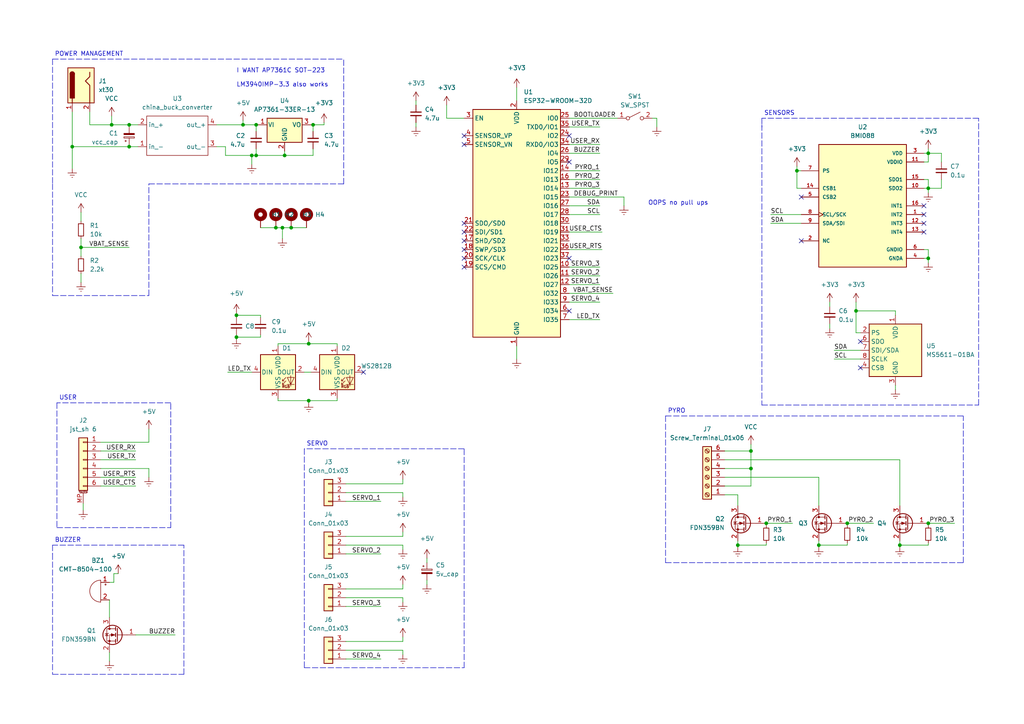
<source format=kicad_sch>
(kicad_sch (version 20211123) (generator eeschema)
  (paper "A4")
  (lib_symbols
    (symbol "Connector:Barrel_Jack" (pin_names (offset 1.016))
      (property "Reference" "J" (at 0 5.334 0))
      (property "Value" "Barrel_Jack" (at 0 -5.08 0))
      (symbol "Barrel_Jack_0_1"
        (rectangle (start -5.08 3.81) (end 5.08 -3.81) (stroke (width 0.254)) (fill (type background)))
        (arc (start -3.302 3.175) (mid -3.937 2.54) (end -3.302 1.905) (stroke (width 0.254)))
        (arc (start -3.302 3.175) (mid -3.937 2.54) (end -3.302 1.905) (stroke (width 0.254)) (fill (type outline)))
        (polyline (pts (xy 5.08 2.54) (xy 3.81 2.54)) (stroke (width 0.254)))
        (polyline (pts (xy -3.81 -2.54) (xy -2.54 -2.54) (xy -1.27 -1.27) (xy 0 -2.54) (xy 2.54 -2.54) (xy 5.08 -2.54)) (stroke (width 0.254)))
        (rectangle (start 3.683 3.175) (end -3.302 1.905) (stroke (width 0.254)) (fill (type outline)))
      )
      (symbol "Barrel_Jack_1_1"
        (pin passive line (at 7.62 2.54 180) (length 2.54) (name "~") (number "1"))
        (pin passive line (at 7.62 -2.54 180) (length 2.54) (name "~") (number "2"))
      )
    )
    (symbol "Connector:Screw_Terminal_01x06" (pin_names (offset 1.016) hide)
      (property "Reference" "J" (at 0 7.62 0))
      (property "Value" "Screw_Terminal_01x06" (at 0 -10.16 0))
      (symbol "Screw_Terminal_01x06_1_1"
        (rectangle (start -1.27 6.35) (end 1.27 -8.89) (stroke (width 0.254)) (fill (type background)))
        (circle (center 0 -7.62) (radius 0.635) (stroke (width 0.1524)))
        (circle (center 0 -5.08) (radius 0.635) (stroke (width 0.1524)))
        (circle (center 0 -2.54) (radius 0.635) (stroke (width 0.1524)))
        (polyline (pts (xy -0.5334 -7.2898) (xy 0.3302 -8.128)) (stroke (width 0.1524)))
        (polyline (pts (xy -0.5334 -4.7498) (xy 0.3302 -5.588)) (stroke (width 0.1524)))
        (polyline (pts (xy -0.5334 -2.2098) (xy 0.3302 -3.048)) (stroke (width 0.1524)))
        (polyline (pts (xy -0.5334 0.3302) (xy 0.3302 -0.508)) (stroke (width 0.1524)))
        (polyline (pts (xy -0.5334 2.8702) (xy 0.3302 2.032)) (stroke (width 0.1524)))
        (polyline (pts (xy -0.5334 5.4102) (xy 0.3302 4.572)) (stroke (width 0.1524)))
        (polyline (pts (xy -0.3556 -7.112) (xy 0.508 -7.9502)) (stroke (width 0.1524)))
        (polyline (pts (xy -0.3556 -4.572) (xy 0.508 -5.4102)) (stroke (width 0.1524)))
        (polyline (pts (xy -0.3556 -2.032) (xy 0.508 -2.8702)) (stroke (width 0.1524)))
        (polyline (pts (xy -0.3556 0.508) (xy 0.508 -0.3302)) (stroke (width 0.1524)))
        (polyline (pts (xy -0.3556 3.048) (xy 0.508 2.2098)) (stroke (width 0.1524)))
        (polyline (pts (xy -0.3556 5.588) (xy 0.508 4.7498)) (stroke (width 0.1524)))
        (circle (center 0 0) (radius 0.635) (stroke (width 0.1524)))
        (circle (center 0 2.54) (radius 0.635) (stroke (width 0.1524)))
        (circle (center 0 5.08) (radius 0.635) (stroke (width 0.1524)))
        (pin passive line (at -5.08 5.08 0) (length 3.81) (name "Pin_1") (number "1"))
        (pin passive line (at -5.08 2.54 0) (length 3.81) (name "Pin_2") (number "2"))
        (pin passive line (at -5.08 0 0) (length 3.81) (name "Pin_3") (number "3"))
        (pin passive line (at -5.08 -2.54 0) (length 3.81) (name "Pin_4") (number "4"))
        (pin passive line (at -5.08 -5.08 0) (length 3.81) (name "Pin_5") (number "5"))
        (pin passive line (at -5.08 -7.62 0) (length 3.81) (name "Pin_6") (number "6"))
      )
    )
    (symbol "Connector_Generic:Conn_01x03" (pin_names (offset 1.016) hide)
      (property "Reference" "J" (at 0 5.08 0))
      (property "Value" "Conn_01x03" (at 0 -5.08 0))
      (symbol "Conn_01x03_1_1"
        (rectangle (start -1.27 -2.413) (end 0 -2.667) (stroke (width 0.1524)))
        (rectangle (start -1.27 0.127) (end 0 -0.127) (stroke (width 0.1524)))
        (rectangle (start -1.27 2.667) (end 0 2.413) (stroke (width 0.1524)))
        (rectangle (start -1.27 3.81) (end 1.27 -3.81) (stroke (width 0.254)) (fill (type background)))
        (pin passive line (at -5.08 2.54 0) (length 3.81) (name "Pin_1") (number "1"))
        (pin passive line (at -5.08 0 0) (length 3.81) (name "Pin_2") (number "2"))
        (pin passive line (at -5.08 -2.54 0) (length 3.81) (name "Pin_3") (number "3"))
      )
    )
    (symbol "Connector_Generic_MountingPin:Conn_01x06_MountingPin" (pin_names (offset 1.016) hide)
      (property "Reference" "J" (at 0 7.62 0))
      (property "Value" "Conn_01x06_MountingPin" (at 1.27 -10.16 0))
      (symbol "Conn_01x06_MountingPin_1_1"
        (rectangle (start -1.27 -7.493) (end 0 -7.747) (stroke (width 0.1524)))
        (rectangle (start -1.27 -4.953) (end 0 -5.207) (stroke (width 0.1524)))
        (rectangle (start -1.27 -2.413) (end 0 -2.667) (stroke (width 0.1524)))
        (rectangle (start -1.27 0.127) (end 0 -0.127) (stroke (width 0.1524)))
        (rectangle (start -1.27 2.667) (end 0 2.413) (stroke (width 0.1524)))
        (rectangle (start -1.27 5.207) (end 0 4.953) (stroke (width 0.1524)))
        (rectangle (start -1.27 6.35) (end 1.27 -8.89) (stroke (width 0.254)) (fill (type background)))
        (polyline (pts (xy -1.016 -9.652) (xy 1.016 -9.652)) (stroke (width 0.1524)))
        (text "Mounting" (at 0 -9.271 0) (effects (font (size 0.381 0.381))))
        (pin passive line (at -5.08 5.08 0) (length 3.81) (name "Pin_1") (number "1"))
        (pin passive line (at -5.08 2.54 0) (length 3.81) (name "Pin_2") (number "2"))
        (pin passive line (at -5.08 0 0) (length 3.81) (name "Pin_3") (number "3"))
        (pin passive line (at -5.08 -2.54 0) (length 3.81) (name "Pin_4") (number "4"))
        (pin passive line (at -5.08 -5.08 0) (length 3.81) (name "Pin_5") (number "5"))
        (pin passive line (at -5.08 -7.62 0) (length 3.81) (name "Pin_6") (number "6"))
        (pin passive line (at 0 -12.7 90) (length 3.048) (name "MountPin") (number "MP"))
      )
    )
    (symbol "Device:Buzzer" (pin_names (offset 0.0254) hide)
      (property "Reference" "BZ" (at 3.81 1.27 0))
      (property "Value" "Buzzer" (at 3.81 -1.27 0))
      (symbol "Buzzer_0_1"
        (arc (start 0 -3.175) (mid 3.175 0) (end 0 3.175))
        (polyline (pts (xy -1.651 1.905) (xy -1.143 1.905)))
        (polyline (pts (xy -1.397 2.159) (xy -1.397 1.651)))
        (polyline (pts (xy 0 3.175) (xy 0 -3.175)))
      )
      (symbol "Buzzer_1_1"
        (pin passive line (at -2.54 2.54 0) (length 2.54) (name "-") (number "1"))
        (pin passive line (at -2.54 -2.54 0) (length 2.54) (name "+") (number "2"))
      )
    )
    (symbol "Device:C_Polarized_Small" (pin_numbers hide) (pin_names (offset 0.254) hide)
      (property "Reference" "C" (at 0.254 1.778 0))
      (property "Value" "C_Polarized_Small" (at 0.254 -2.032 0))
      (symbol "C_Polarized_Small_0_1"
        (rectangle (start -1.524 -0.3048) (end 1.524 -0.6858) (fill (type outline)))
        (rectangle (start -1.524 0.6858) (end 1.524 0.3048))
        (polyline (pts (xy -1.27 1.524) (xy -0.762 1.524)))
        (polyline (pts (xy -1.016 1.27) (xy -1.016 1.778)))
      )
      (symbol "C_Polarized_Small_1_1"
        (pin passive line (at 0 2.54 270) (length 1.8542) (name "~") (number "1"))
        (pin passive line (at 0 -2.54 90) (length 1.8542) (name "~") (number "2"))
      )
    )
    (symbol "Device:C_Small" (pin_numbers hide) (pin_names (offset 0.254) hide)
      (property "Reference" "C" (at 0.254 1.778 0))
      (property "Value" "C_Small" (at 0.254 -2.032 0))
      (symbol "C_Small_0_1"
        (polyline (pts (xy -1.524 -0.508) (xy 1.524 -0.508)) (stroke (width 0.3302)))
        (polyline (pts (xy -1.524 0.508) (xy 1.524 0.508)) (stroke (width 0.3048)))
      )
      (symbol "C_Small_1_1"
        (pin passive line (at 0 2.54 270) (length 2.032) (name "~") (number "1"))
        (pin passive line (at 0 -2.54 90) (length 2.032) (name "~") (number "2"))
      )
    )
    (symbol "Device:R_Small" (pin_numbers hide) (pin_names (offset 0.254) hide)
      (property "Reference" "R" (at 0.762 0.508 0))
      (property "Value" "R_Small" (at 0.762 -1.016 0))
      (symbol "R_Small_0_1"
        (rectangle (start -0.762 1.778) (end 0.762 -1.778) (stroke (width 0.2032)))
      )
      (symbol "R_Small_1_1"
        (pin passive line (at 0 2.54 270) (length 0.762) (name "~") (number "1"))
        (pin passive line (at 0 -2.54 90) (length 0.762) (name "~") (number "2"))
      )
    )
    (symbol "LED:WS2812B" (pin_names (offset 0.254))
      (property "Reference" "D" (at 5.08 5.715 0))
      (property "Value" "WS2812B" (at 1.27 -5.715 0))
      (symbol "WS2812B_0_0"
        (text "RGB" (at 2.286 -4.191 0) (effects (font (size 0.762 0.762))))
      )
      (symbol "WS2812B_0_1"
        (polyline (pts (xy 1.27 -3.556) (xy 1.778 -3.556)))
        (polyline (pts (xy 1.27 -2.54) (xy 1.778 -2.54)))
        (polyline (pts (xy 4.699 -3.556) (xy 2.667 -3.556)))
        (polyline (pts (xy 2.286 -2.54) (xy 1.27 -3.556) (xy 1.27 -3.048)))
        (polyline (pts (xy 2.286 -1.524) (xy 1.27 -2.54) (xy 1.27 -2.032)))
        (polyline (pts (xy 3.683 -1.016) (xy 3.683 -3.556) (xy 3.683 -4.064)))
        (polyline (pts (xy 4.699 -1.524) (xy 2.667 -1.524) (xy 3.683 -3.556) (xy 4.699 -1.524)))
        (rectangle (start 5.08 5.08) (end -5.08 -5.08) (stroke (width 0.254)) (fill (type background)))
      )
      (symbol "WS2812B_1_1"
        (pin power_in line (at 0 7.62 270) (length 2.54) (name "VDD") (number "1"))
        (pin output line (at 7.62 0 180) (length 2.54) (name "DOUT") (number "2"))
        (pin power_in line (at 0 -7.62 90) (length 2.54) (name "VSS") (number "3"))
        (pin input line (at -7.62 0 0) (length 2.54) (name "DIN") (number "4"))
      )
    )
    (symbol "Mechanical:MountingHole_Pad" (pin_numbers hide) (pin_names (offset 1.016) hide)
      (property "Reference" "H" (at 0 6.35 0))
      (property "Value" "MountingHole_Pad" (at 0 4.445 0))
      (symbol "MountingHole_Pad_0_1"
        (circle (center 0 1.27) (radius 1.27) (stroke (width 1.27)))
      )
      (symbol "MountingHole_Pad_1_1"
        (pin input line (at 0 -2.54 90) (length 2.54) (name "1") (number "1"))
      )
    )
    (symbol "RF_Module:ESP32-WROOM-32D"
      (property "Reference" "U" (at -12.7 34.29 0))
      (property "Value" "ESP32-WROOM-32D" (at 1.27 34.29 0))
      (symbol "ESP32-WROOM-32D_0_1"
        (rectangle (start -12.7 33.02) (end 12.7 -33.02) (stroke (width 0.254)) (fill (type background)))
      )
      (symbol "ESP32-WROOM-32D_1_1"
        (pin power_in line (at 0 -35.56 90) (length 2.54) (name "GND") (number "1"))
        (pin bidirectional line (at 15.24 -12.7 180) (length 2.54) (name "IO25") (number "10"))
        (pin bidirectional line (at 15.24 -15.24 180) (length 2.54) (name "IO26") (number "11"))
        (pin bidirectional line (at 15.24 -17.78 180) (length 2.54) (name "IO27") (number "12"))
        (pin bidirectional line (at 15.24 10.16 180) (length 2.54) (name "IO14") (number "13"))
        (pin bidirectional line (at 15.24 15.24 180) (length 2.54) (name "IO12") (number "14"))
        (pin passive line (at 0 -35.56 90) (length 2.54) hide (name "GND") (number "15"))
        (pin bidirectional line (at 15.24 12.7 180) (length 2.54) (name "IO13") (number "16"))
        (pin bidirectional line (at -15.24 -5.08 0) (length 2.54) (name "SHD/SD2") (number "17"))
        (pin bidirectional line (at -15.24 -7.62 0) (length 2.54) (name "SWP/SD3") (number "18"))
        (pin bidirectional line (at -15.24 -12.7 0) (length 2.54) (name "SCS/CMD") (number "19"))
        (pin power_in line (at 0 35.56 270) (length 2.54) (name "VDD") (number "2"))
        (pin bidirectional line (at -15.24 -10.16 0) (length 2.54) (name "SCK/CLK") (number "20"))
        (pin bidirectional line (at -15.24 0 0) (length 2.54) (name "SDO/SD0") (number "21"))
        (pin bidirectional line (at -15.24 -2.54 0) (length 2.54) (name "SDI/SD1") (number "22"))
        (pin bidirectional line (at 15.24 7.62 180) (length 2.54) (name "IO15") (number "23"))
        (pin bidirectional line (at 15.24 25.4 180) (length 2.54) (name "IO2") (number "24"))
        (pin bidirectional line (at 15.24 30.48 180) (length 2.54) (name "IO0") (number "25"))
        (pin bidirectional line (at 15.24 20.32 180) (length 2.54) (name "IO4") (number "26"))
        (pin bidirectional line (at 15.24 5.08 180) (length 2.54) (name "IO16") (number "27"))
        (pin bidirectional line (at 15.24 2.54 180) (length 2.54) (name "IO17") (number "28"))
        (pin bidirectional line (at 15.24 17.78 180) (length 2.54) (name "IO5") (number "29"))
        (pin input line (at -15.24 30.48 0) (length 2.54) (name "EN") (number "3"))
        (pin bidirectional line (at 15.24 0 180) (length 2.54) (name "IO18") (number "30"))
        (pin bidirectional line (at 15.24 -2.54 180) (length 2.54) (name "IO19") (number "31"))
        (pin no_connect line (at -12.7 -27.94 0) (length 2.54) hide (name "NC") (number "32"))
        (pin bidirectional line (at 15.24 -5.08 180) (length 2.54) (name "IO21") (number "33"))
        (pin bidirectional line (at 15.24 22.86 180) (length 2.54) (name "RXD0/IO3") (number "34"))
        (pin bidirectional line (at 15.24 27.94 180) (length 2.54) (name "TXD0/IO1") (number "35"))
        (pin bidirectional line (at 15.24 -7.62 180) (length 2.54) (name "IO22") (number "36"))
        (pin bidirectional line (at 15.24 -10.16 180) (length 2.54) (name "IO23") (number "37"))
        (pin passive line (at 0 -35.56 90) (length 2.54) hide (name "GND") (number "38"))
        (pin passive line (at 0 -35.56 90) (length 2.54) hide (name "GND") (number "39"))
        (pin input line (at -15.24 25.4 0) (length 2.54) (name "SENSOR_VP") (number "4"))
        (pin input line (at -15.24 22.86 0) (length 2.54) (name "SENSOR_VN") (number "5"))
        (pin input line (at 15.24 -25.4 180) (length 2.54) (name "IO34") (number "6"))
        (pin input line (at 15.24 -27.94 180) (length 2.54) (name "IO35") (number "7"))
        (pin bidirectional line (at 15.24 -20.32 180) (length 2.54) (name "IO32") (number "8"))
        (pin bidirectional line (at 15.24 -22.86 180) (length 2.54) (name "IO33") (number "9"))
      )
    )
    (symbol "Regulator_Linear:AP7361C-10E" (pin_names (offset 0.254))
      (property "Reference" "U" (at -3.81 3.175 0))
      (property "Value" "AP7361C-10E" (at 0 3.175 0))
      (symbol "AP7361C-10E_0_1"
        (rectangle (start -5.08 -5.08) (end 5.08 1.905) (stroke (width 0.254)) (fill (type background)))
      )
      (symbol "AP7361C-10E_1_1"
        (pin power_in line (at -7.62 0 0) (length 2.54) (name "VI") (number "1"))
        (pin power_in line (at 0 -7.62 90) (length 2.54) (name "GND") (number "2"))
        (pin power_out line (at 7.62 0 180) (length 2.54) (name "VO") (number "3"))
      )
    )
    (symbol "Sensor_Pressure:MS5611-01BA"
      (property "Reference" "U" (at -6.35 8.89 0))
      (property "Value" "MS5611-01BA" (at 7.62 8.89 0))
      (symbol "MS5611-01BA_0_1"
        (rectangle (start -7.62 7.62) (end 7.62 -7.62) (stroke (width 0.254)) (fill (type background)))
      )
      (symbol "MS5611-01BA_1_1"
        (pin power_in line (at 0 10.16 270) (length 2.54) (name "VDD") (number "1"))
        (pin input line (at -10.16 5.08 0) (length 2.54) (name "PS") (number "2"))
        (pin power_in line (at 0 -10.16 90) (length 2.54) (name "GND") (number "3"))
        (pin input line (at -10.16 -5.08 0) (length 2.54) (name "CSB") (number "4"))
        (pin input line (at -10.16 -5.08 0) (length 2.54) hide (name "CSB") (number "5"))
        (pin output line (at -10.16 2.54 0) (length 2.54) (name "SDO") (number "6"))
        (pin bidirectional line (at -10.16 0 0) (length 2.54) (name "SDI/SDA") (number "7"))
        (pin input line (at -10.16 -2.54 0) (length 2.54) (name "SCLK") (number "8"))
      )
    )
    (symbol "Switch:SW_SPST" (pin_names (offset 0) hide)
      (property "Reference" "SW" (at 0 3.175 0))
      (property "Value" "SW_SPST" (at 0 -2.54 0))
      (symbol "SW_SPST_0_0"
        (circle (center -2.032 0) (radius 0.508))
        (polyline (pts (xy -1.524 0.254) (xy 1.524 1.778)))
        (circle (center 2.032 0) (radius 0.508))
      )
      (symbol "SW_SPST_1_1"
        (pin passive line (at -5.08 0 0) (length 2.54) (name "A") (number "1"))
        (pin passive line (at 5.08 0 180) (length 2.54) (name "B") (number "2"))
      )
    )
    (symbol "Transistor_FET:2N7002" (pin_names hide)
      (property "Reference" "Q" (at 5.08 1.905 0))
      (property "Value" "2N7002" (at 5.08 0 0))
      (symbol "2N7002_0_1"
        (polyline (pts (xy 0.254 0) (xy -2.54 0)))
        (polyline (pts (xy 0.254 1.905) (xy 0.254 -1.905)) (stroke (width 0.254)))
        (polyline (pts (xy 0.762 -1.27) (xy 0.762 -2.286)) (stroke (width 0.254)))
        (polyline (pts (xy 0.762 0.508) (xy 0.762 -0.508)) (stroke (width 0.254)))
        (polyline (pts (xy 0.762 2.286) (xy 0.762 1.27)) (stroke (width 0.254)))
        (polyline (pts (xy 2.54 2.54) (xy 2.54 1.778)))
        (polyline (pts (xy 2.54 -2.54) (xy 2.54 0) (xy 0.762 0)))
        (polyline (pts (xy 0.762 -1.778) (xy 3.302 -1.778) (xy 3.302 1.778) (xy 0.762 1.778)))
        (polyline (pts (xy 1.016 0) (xy 2.032 0.381) (xy 2.032 -0.381) (xy 1.016 0)) (fill (type outline)))
        (polyline (pts (xy 2.794 0.508) (xy 2.921 0.381) (xy 3.683 0.381) (xy 3.81 0.254)))
        (polyline (pts (xy 3.302 0.381) (xy 2.921 -0.254) (xy 3.683 -0.254) (xy 3.302 0.381)))
        (circle (center 1.651 0) (radius 2.794) (stroke (width 0.254)))
        (circle (center 2.54 -1.778) (radius 0.254) (fill (type outline)))
        (circle (center 2.54 1.778) (radius 0.254) (fill (type outline)))
      )
      (symbol "2N7002_1_1"
        (pin input line (at -5.08 0 0) (length 2.54) (name "G") (number "1"))
        (pin passive line (at 2.54 -5.08 90) (length 2.54) (name "S") (number "2"))
        (pin passive line (at 2.54 5.08 270) (length 2.54) (name "D") (number "3"))
      )
    )
    (symbol "bmi088:BMI088" (pin_names (offset 1.016))
      (property "Reference" "U" (at -12.7 18.415 0))
      (property "Value" "BMI088" (at -12.7 -20.32 0))
      (symbol "BMI088_0_0"
        (rectangle (start -12.7 -17.78) (end 12.7 17.78) (stroke (width 0.254)) (fill (type background)))
        (pin bidirectional line (at 17.78 -2.54 180) (length 5.08) (name "INT2") (number "1"))
        (pin output line (at 17.78 5.08 180) (length 5.08) (name "SDO2") (number "10"))
        (pin power_in line (at 17.78 12.7 180) (length 5.08) (name "VDDIO") (number "11"))
        (pin bidirectional line (at 17.78 -5.08 180) (length 5.08) (name "INT3") (number "12"))
        (pin bidirectional line (at 17.78 -7.62 180) (length 5.08) (name "INT4") (number "13"))
        (pin input line (at -17.78 5.08 0) (length 5.08) (name "CSB1") (number "14"))
        (pin output line (at 17.78 7.62 180) (length 5.08) (name "SDO1") (number "15"))
        (pin bidirectional line (at 17.78 0 180) (length 5.08) (name "INT1") (number "16"))
        (pin passive line (at -17.78 -10.16 0) (length 5.08) (name "NC") (number "2"))
        (pin power_in line (at 17.78 15.24 180) (length 5.08) (name "VDD") (number "3"))
        (pin power_in line (at 17.78 -15.24 180) (length 5.08) (name "GNDA") (number "4"))
        (pin input line (at -17.78 2.54 0) (length 5.08) (name "CSB2") (number "5"))
        (pin power_in line (at 17.78 -12.7 180) (length 5.08) (name "GNDIO") (number "6"))
        (pin input line (at -17.78 10.16 0) (length 5.08) (name "PS") (number "7"))
        (pin input clock (at -17.78 -2.54 0) (length 5.08) (name "SCL/SCK") (number "8"))
        (pin bidirectional line (at -17.78 -5.08 0) (length 5.08) (name "SDA/SDI") (number "9"))
      )
    )
    (symbol "buck_converter:buck_converter"
      (property "Reference" "U" (at 0 10.16 0))
      (property "Value" "buck_converter" (at 0 12.7 0))
      (symbol "buck_converter_0_1"
        (rectangle (start -8.89 6.35) (end 8.89 -5.08))
      )
      (symbol "buck_converter_1_1"
        (pin input line (at -11.43 -2.54 0) (length 2.54) (name "in_-") (number "1"))
        (pin input line (at -11.43 3.81 0) (length 2.54) (name "in_+") (number "2"))
        (pin input line (at 11.43 -2.54 180) (length 2.54) (name "out_-") (number "3"))
        (pin input line (at 11.43 3.81 180) (length 2.54) (name "out_+") (number "4"))
      )
    )
    (symbol "power:+3V3" (power) (pin_names (offset 0))
      (property "Value" "+3V3" (at 0 3.556 0))
      (symbol "+3V3_0_1"
        (polyline (pts (xy -0.762 1.27) (xy 0 2.54)))
        (polyline (pts (xy 0 0) (xy 0 2.54)))
        (polyline (pts (xy 0 2.54) (xy 0.762 1.27)))
      )
      (symbol "+3V3_1_1"
        (pin power_in line (at 0 0 90) (length 0) hide (name "+3V3") (number "1"))
      )
    )
    (symbol "power:+5V" (power) (pin_names (offset 0))
      (property "Value" "+5V" (at 0 3.556 0))
      (symbol "+5V_0_1"
        (polyline (pts (xy -0.762 1.27) (xy 0 2.54)))
        (polyline (pts (xy 0 0) (xy 0 2.54)))
        (polyline (pts (xy 0 2.54) (xy 0.762 1.27)))
      )
      (symbol "+5V_1_1"
        (pin power_in line (at 0 0 90) (length 0) hide (name "+5V") (number "1"))
      )
    )
    (symbol "power:Earth" (power) (pin_names (offset 0))
      (symbol "Earth_0_1"
        (polyline (pts (xy -0.635 -1.905) (xy 0.635 -1.905)))
        (polyline (pts (xy -0.127 -2.54) (xy 0.127 -2.54)))
        (polyline (pts (xy 0 -1.27) (xy 0 0)))
        (polyline (pts (xy 1.27 -1.27) (xy -1.27 -1.27)))
      )
      (symbol "Earth_1_1"
        (pin power_in line (at 0 0 270) (length 0) hide (name "Earth") (number "1"))
      )
    )
    (symbol "power:VCC" (power) (pin_names (offset 0))
      (property "Value" "VCC" (at 0 3.81 0))
      (symbol "VCC_0_1"
        (polyline (pts (xy -0.762 1.27) (xy 0 2.54)))
        (polyline (pts (xy 0 0) (xy 0 2.54)))
        (polyline (pts (xy 0 2.54) (xy 0.762 1.27)))
      )
      (symbol "VCC_1_1"
        (pin power_in line (at 0 0 90) (length 0) hide (name "VCC") (number "1"))
      )
    )
  )
  (junction (at 222.25 151.765))
  (junction (at 269.24 44.45))
  (junction (at 89.535 116.205))
  (junction (at 37.465 42.545))
  (junction (at 84.455 66.04))
  (junction (at 73.025 45.085))
  (junction (at 23.495 71.755))
  (junction (at 237.49 158.115))
  (junction (at 213.995 158.115))
  (junction (at 217.805 135.89))
  (junction (at 68.58 97.79))
  (junction (at 74.295 45.085))
  (junction (at 260.985 158.115))
  (junction (at 82.55 45.085))
  (junction (at 74.295 36.195))
  (junction (at 37.465 36.195))
  (junction (at 269.24 74.93))
  (junction (at 32.385 36.195))
  (junction (at 217.805 130.81))
  (junction (at 269.24 54.61))
  (junction (at 80.01 66.04))
  (junction (at 89.535 99.695))
  (junction (at 90.805 36.195))
  (junction (at 68.58 91.44))
  (junction (at 231.14 49.53))
  (junction (at 20.955 42.545))
  (junction (at 269.24 151.765))
  (junction (at 245.745 151.765))
  (junction (at 248.285 90.17))
  (junction (at 70.485 36.195))
  (junction (at 81.915 66.04))
  (no_connect (at 134.62 69.85))
  (no_connect (at 232.41 69.85))
  (no_connect (at 267.97 64.77))
  (no_connect (at 267.97 67.31))
  (no_connect (at 165.1 90.17))
  (no_connect (at 134.62 39.37))
  (no_connect (at 249.555 106.68))
  (no_connect (at 249.555 99.06))
  (no_connect (at 267.97 62.23))
  (no_connect (at 267.97 59.69))
  (no_connect (at 165.1 39.37))
  (no_connect (at 134.62 64.77))
  (no_connect (at 134.62 67.31))
  (no_connect (at 134.62 72.39))
  (no_connect (at 134.62 41.91))
  (no_connect (at 165.1 46.99))
  (no_connect (at 134.62 74.93))
  (no_connect (at 134.62 77.47))
  (no_connect (at 105.41 107.95))
  (no_connect (at 232.41 57.15))
  (no_connect (at 165.1 74.93))
  (wire (pts (xy 269.24 151.765) (xy 276.86 151.765)))
  (polyline (pts (xy 88.265 130.175) (xy 88.265 193.675)))
  (polyline (pts (xy 279.4 163.195) (xy 279.4 120.65)))
  (wire (pts (xy 32.385 33.655) (xy 32.385 36.195)))
  (wire (pts (xy 23.495 69.215) (xy 23.495 71.755)))
  (wire (pts (xy 82.55 43.815) (xy 82.55 45.085)))
  (wire (pts (xy 116.84 140.335) (xy 116.84 139.065)))
  (wire (pts (xy 68.58 97.79) (xy 68.58 98.425)))
  (polyline (pts (xy 53.34 195.58) (xy 53.34 158.115)))
  (wire (pts (xy 81.915 66.04) (xy 81.915 69.215)))
  (wire (pts (xy 165.1 41.91) (xy 173.99 41.91)))
  (wire (pts (xy 116.84 155.575) (xy 116.84 154.305)))
  (wire (pts (xy 210.185 140.97) (xy 217.805 140.97)))
  (wire (pts (xy 269.24 72.39) (xy 269.24 74.93)))
  (wire (pts (xy 100.33 142.875) (xy 116.84 142.875)))
  (polyline (pts (xy 15.24 160.655) (xy 15.24 195.58)))
  (wire (pts (xy 100.33 155.575) (xy 116.84 155.575)))
  (wire (pts (xy 100.33 158.115) (xy 116.84 158.115)))
  (wire (pts (xy 97.79 99.695) (xy 89.535 99.695)))
  (wire (pts (xy 68.58 97.79) (xy 75.565 97.79)))
  (wire (pts (xy 23.495 61.595) (xy 23.495 64.135)))
  (wire (pts (xy 33.02 168.91) (xy 33.02 166.37)))
  (wire (pts (xy 213.995 158.115) (xy 213.995 158.75)))
  (wire (pts (xy 210.185 135.89) (xy 217.805 135.89)))
  (wire (pts (xy 90.805 45.085) (xy 82.55 45.085)))
  (polyline (pts (xy 43.18 85.725) (xy 43.18 53.34)))
  (wire (pts (xy 240.665 87.63) (xy 240.665 88.9)))
  (wire (pts (xy 80.645 115.57) (xy 80.645 116.205)))
  (polyline (pts (xy 193.04 120.65) (xy 193.04 163.195)))
  (wire (pts (xy 74.295 36.195) (xy 74.295 38.1)))
  (wire (pts (xy 75.565 92.075) (xy 75.565 91.44)))
  (wire (pts (xy 74.295 36.195) (xy 74.93 36.195)))
  (wire (pts (xy 217.805 140.97) (xy 217.805 135.89)))
  (wire (pts (xy 37.465 42.545) (xy 40.005 42.545)))
  (wire (pts (xy 267.97 44.45) (xy 269.24 44.45)))
  (wire (pts (xy 268.605 151.765) (xy 269.24 151.765)))
  (wire (pts (xy 65.405 45.085) (xy 73.025 45.085)))
  (wire (pts (xy 37.465 36.195) (xy 40.005 36.195)))
  (wire (pts (xy 80.645 99.695) (xy 89.535 99.695)))
  (polyline (pts (xy 220.98 36.195) (xy 220.98 117.475)))
  (polyline (pts (xy 134.62 130.175) (xy 118.11 130.175)))
  (polyline (pts (xy 16.51 116.84) (xy 16.51 153.035)))
  (polyline (pts (xy 15.24 85.725) (xy 43.18 85.725)))
  (wire (pts (xy 269.24 74.93) (xy 269.24 76.2)))
  (wire (pts (xy 62.865 36.195) (xy 70.485 36.195)))
  (wire (pts (xy 29.21 135.89) (xy 43.18 135.89)))
  (wire (pts (xy 269.24 54.61) (xy 269.24 55.88)))
  (wire (pts (xy 24.13 146.05) (xy 24.13 147.955)))
  (polyline (pts (xy 193.04 163.195) (xy 279.4 163.195)))
  (wire (pts (xy 245.745 151.765) (xy 245.745 152.4)))
  (wire (pts (xy 269.24 74.93) (xy 267.97 74.93)))
  (polyline (pts (xy 43.18 53.34) (xy 99.695 53.34)))
  (wire (pts (xy 116.84 142.875) (xy 116.84 144.145)))
  (polyline (pts (xy 193.04 120.65) (xy 279.4 120.65)))
  (wire (pts (xy 165.1 67.31) (xy 174.625 67.31)))
  (polyline (pts (xy 99.695 53.34) (xy 99.695 17.145)))
  (wire (pts (xy 165.1 36.83) (xy 173.99 36.83)))
  (wire (pts (xy 165.1 34.29) (xy 179.07 34.29)))
  (wire (pts (xy 62.865 42.545) (xy 65.405 42.545)))
  (polyline (pts (xy 15.24 158.115) (xy 15.24 160.655)))
  (wire (pts (xy 43.18 135.89) (xy 43.18 138.43)))
  (wire (pts (xy 213.995 143.51) (xy 210.185 143.51)))
  (wire (pts (xy 116.84 158.115) (xy 116.84 159.385)))
  (polyline (pts (xy 49.53 153.035) (xy 49.53 116.84)))
  (wire (pts (xy 90.805 36.195) (xy 93.98 36.195)))
  (wire (pts (xy 31.75 168.91) (xy 33.02 168.91)))
  (wire (pts (xy 248.285 87.63) (xy 248.285 90.17)))
  (wire (pts (xy 217.805 128.905) (xy 217.805 130.81)))
  (wire (pts (xy 232.41 64.77) (xy 223.52 64.77)))
  (wire (pts (xy 81.915 66.04) (xy 84.455 66.04)))
  (wire (pts (xy 29.21 130.81) (xy 39.37 130.81)))
  (wire (pts (xy 75.565 66.04) (xy 80.01 66.04)))
  (wire (pts (xy 269.24 46.99) (xy 269.24 44.45)))
  (wire (pts (xy 213.995 143.51) (xy 213.995 146.685)))
  (wire (pts (xy 245.745 151.765) (xy 253.365 151.765)))
  (wire (pts (xy 260.985 133.35) (xy 260.985 146.685)))
  (wire (pts (xy 88.265 107.95) (xy 90.17 107.95)))
  (wire (pts (xy 165.1 85.09) (xy 177.8 85.09)))
  (wire (pts (xy 165.1 92.71) (xy 173.99 92.71)))
  (wire (pts (xy 232.41 49.53) (xy 231.14 49.53)))
  (wire (pts (xy 26.035 36.195) (xy 32.385 36.195)))
  (wire (pts (xy 70.485 34.925) (xy 70.485 36.195)))
  (wire (pts (xy 116.84 170.815) (xy 116.84 169.545)))
  (wire (pts (xy 165.1 77.47) (xy 173.99 77.47)))
  (wire (pts (xy 223.52 62.23) (xy 232.41 62.23)))
  (wire (pts (xy 210.185 138.43) (xy 237.49 138.43)))
  (polyline (pts (xy 15.24 195.58) (xy 53.34 195.58)))
  (wire (pts (xy 29.21 140.97) (xy 39.37 140.97)))
  (wire (pts (xy 222.25 157.48) (xy 222.25 158.115)))
  (wire (pts (xy 116.84 186.055) (xy 116.84 184.785)))
  (wire (pts (xy 273.05 44.45) (xy 273.05 46.99)))
  (wire (pts (xy 189.23 34.29) (xy 190.5 34.29)))
  (wire (pts (xy 37.465 41.91) (xy 37.465 42.545)))
  (wire (pts (xy 245.11 151.765) (xy 245.745 151.765)))
  (wire (pts (xy 90.805 36.195) (xy 90.805 38.1)))
  (wire (pts (xy 43.18 124.46) (xy 43.18 128.27)))
  (wire (pts (xy 269.24 43.18) (xy 269.24 44.45)))
  (wire (pts (xy 260.985 156.845) (xy 260.985 158.115)))
  (wire (pts (xy 165.1 49.53) (xy 173.99 49.53)))
  (wire (pts (xy 245.745 157.48) (xy 245.745 158.115)))
  (wire (pts (xy 90.17 36.195) (xy 90.805 36.195)))
  (polyline (pts (xy 283.845 34.29) (xy 220.98 34.29)))
  (polyline (pts (xy 220.98 34.29) (xy 220.98 36.83)))
  (wire (pts (xy 84.455 66.04) (xy 88.9 66.04)))
  (wire (pts (xy 269.24 54.61) (xy 273.05 54.61)))
  (wire (pts (xy 68.58 90.805) (xy 68.58 91.44)))
  (wire (pts (xy 165.1 59.69) (xy 173.99 59.69)))
  (wire (pts (xy 237.49 156.845) (xy 237.49 158.115)))
  (wire (pts (xy 100.33 145.415) (xy 110.49 145.415)))
  (wire (pts (xy 116.84 188.595) (xy 116.84 189.865)))
  (polyline (pts (xy 283.845 117.475) (xy 283.845 34.29)))
  (wire (pts (xy 231.14 49.53) (xy 231.14 48.26)))
  (wire (pts (xy 93.98 36.195) (xy 93.98 35.56)))
  (wire (pts (xy 165.1 72.39) (xy 174.625 72.39)))
  (wire (pts (xy 80.645 100.33) (xy 80.645 99.695)))
  (wire (pts (xy 237.49 158.115) (xy 245.745 158.115)))
  (polyline (pts (xy 88.265 193.675) (xy 134.62 193.675)))
  (wire (pts (xy 123.825 161.925) (xy 123.825 163.195)))
  (wire (pts (xy 33.02 166.37) (xy 34.29 166.37)))
  (polyline (pts (xy 220.98 117.475) (xy 283.845 117.475)))
  (wire (pts (xy 100.33 170.815) (xy 116.84 170.815)))
  (wire (pts (xy 75.565 97.79) (xy 75.565 97.155)))
  (wire (pts (xy 232.41 54.61) (xy 231.14 54.61)))
  (wire (pts (xy 100.33 175.895) (xy 110.49 175.895)))
  (wire (pts (xy 90.805 43.18) (xy 90.805 45.085)))
  (wire (pts (xy 217.805 135.89) (xy 217.805 130.81)))
  (wire (pts (xy 165.1 87.63) (xy 173.99 87.63)))
  (wire (pts (xy 267.97 46.99) (xy 269.24 46.99)))
  (wire (pts (xy 31.75 173.99) (xy 31.75 179.07)))
  (polyline (pts (xy 15.24 17.145) (xy 99.695 17.145)))
  (wire (pts (xy 26.035 32.385) (xy 26.035 36.195)))
  (polyline (pts (xy 49.53 116.84) (xy 16.51 116.84)))
  (wire (pts (xy 74.295 43.18) (xy 74.295 45.085)))
  (wire (pts (xy 120.65 29.21) (xy 120.65 30.48)))
  (wire (pts (xy 39.37 184.15) (xy 50.8 184.15)))
  (wire (pts (xy 165.1 82.55) (xy 173.99 82.55)))
  (wire (pts (xy 249.555 96.52) (xy 248.285 96.52)))
  (wire (pts (xy 180.975 57.15) (xy 180.975 59.69)))
  (wire (pts (xy 259.715 111.76) (xy 259.715 113.03)))
  (wire (pts (xy 97.79 100.33) (xy 97.79 99.695)))
  (wire (pts (xy 165.1 62.23) (xy 173.99 62.23)))
  (wire (pts (xy 23.495 79.375) (xy 23.495 81.915)))
  (wire (pts (xy 100.33 173.355) (xy 116.84 173.355)))
  (wire (pts (xy 259.715 90.17) (xy 259.715 91.44)))
  (wire (pts (xy 222.25 151.765) (xy 229.87 151.765)))
  (wire (pts (xy 29.21 133.35) (xy 39.37 133.35)))
  (wire (pts (xy 241.935 104.14) (xy 249.555 104.14)))
  (wire (pts (xy 20.955 42.545) (xy 20.955 48.895)))
  (wire (pts (xy 32.385 36.195) (xy 37.465 36.195)))
  (wire (pts (xy 68.58 91.44) (xy 68.58 92.075)))
  (polyline (pts (xy 16.51 153.035) (xy 49.53 153.035)))
  (wire (pts (xy 221.615 151.765) (xy 222.25 151.765)))
  (wire (pts (xy 165.1 44.45) (xy 173.99 44.45)))
  (wire (pts (xy 73.025 45.085) (xy 74.295 45.085)))
  (wire (pts (xy 267.97 52.07) (xy 269.24 52.07)))
  (wire (pts (xy 68.58 91.44) (xy 75.565 91.44)))
  (wire (pts (xy 190.5 34.29) (xy 190.5 36.83)))
  (wire (pts (xy 97.79 116.205) (xy 97.79 115.57)))
  (wire (pts (xy 89.535 116.205) (xy 97.79 116.205)))
  (wire (pts (xy 231.14 54.61) (xy 231.14 49.53)))
  (wire (pts (xy 134.62 34.29) (xy 129.54 34.29)))
  (wire (pts (xy 241.935 101.6) (xy 249.555 101.6)))
  (wire (pts (xy 89.535 116.205) (xy 89.535 116.84)))
  (wire (pts (xy 66.04 107.95) (xy 73.025 107.95)))
  (wire (pts (xy 213.995 156.845) (xy 213.995 158.115)))
  (wire (pts (xy 100.33 191.135) (xy 110.49 191.135)))
  (wire (pts (xy 222.25 151.765) (xy 222.25 152.4)))
  (wire (pts (xy 129.54 34.29) (xy 129.54 30.48)))
  (wire (pts (xy 260.985 158.115) (xy 260.985 158.75)))
  (wire (pts (xy 123.825 168.275) (xy 123.825 169.545)))
  (polyline (pts (xy 134.62 193.675) (xy 134.62 130.175)))
  (wire (pts (xy 74.295 45.085) (xy 82.55 45.085)))
  (wire (pts (xy 213.995 158.115) (xy 222.25 158.115)))
  (wire (pts (xy 165.1 57.15) (xy 180.975 57.15)))
  (wire (pts (xy 31.75 189.23) (xy 31.75 191.77)))
  (wire (pts (xy 100.33 186.055) (xy 116.84 186.055)))
  (wire (pts (xy 73.025 45.085) (xy 73.025 47.625)))
  (wire (pts (xy 210.185 130.81) (xy 217.805 130.81)))
  (wire (pts (xy 29.21 128.27) (xy 43.18 128.27)))
  (wire (pts (xy 20.955 42.545) (xy 37.465 42.545)))
  (wire (pts (xy 248.285 96.52) (xy 248.285 90.17)))
  (wire (pts (xy 100.33 140.335) (xy 116.84 140.335)))
  (wire (pts (xy 70.485 36.195) (xy 74.295 36.195)))
  (wire (pts (xy 269.24 54.61) (xy 267.97 54.61)))
  (wire (pts (xy 149.86 25.4) (xy 149.86 29.21)))
  (wire (pts (xy 260.985 158.115) (xy 269.24 158.115)))
  (wire (pts (xy 65.405 42.545) (xy 65.405 45.085)))
  (wire (pts (xy 23.495 71.755) (xy 23.495 74.295)))
  (polyline (pts (xy 118.11 130.175) (xy 88.265 130.175)))
  (wire (pts (xy 68.58 97.155) (xy 68.58 97.79)))
  (wire (pts (xy 267.97 72.39) (xy 269.24 72.39)))
  (wire (pts (xy 165.1 54.61) (xy 173.99 54.61)))
  (wire (pts (xy 269.24 44.45) (xy 273.05 44.45)))
  (wire (pts (xy 237.49 158.115) (xy 237.49 158.75)))
  (wire (pts (xy 100.33 188.595) (xy 116.84 188.595)))
  (wire (pts (xy 237.49 138.43) (xy 237.49 146.685)))
  (wire (pts (xy 100.33 160.655) (xy 110.49 160.655)))
  (wire (pts (xy 80.645 116.205) (xy 89.535 116.205)))
  (wire (pts (xy 80.01 66.04) (xy 81.915 66.04)))
  (wire (pts (xy 260.985 133.35) (xy 210.185 133.35)))
  (wire (pts (xy 269.24 157.48) (xy 269.24 158.115)))
  (wire (pts (xy 120.65 35.56) (xy 120.65 36.83)))
  (wire (pts (xy 165.1 80.01) (xy 173.99 80.01)))
  (wire (pts (xy 149.86 100.33) (xy 149.86 104.14)))
  (polyline (pts (xy 53.34 158.115) (xy 15.24 158.115)))
  (wire (pts (xy 29.21 138.43) (xy 39.37 138.43)))
  (wire (pts (xy 273.05 54.61) (xy 273.05 52.07)))
  (wire (pts (xy 269.24 151.765) (xy 269.24 152.4)))
  (wire (pts (xy 240.665 93.98) (xy 240.665 95.25)))
  (polyline (pts (xy 15.24 53.34) (xy 15.24 85.725)))
  (wire (pts (xy 23.495 71.755) (xy 37.465 71.755)))
  (polyline (pts (xy 15.24 17.145) (xy 15.24 53.34)))
  (wire (pts (xy 116.84 173.355) (xy 116.84 174.625)))
  (wire (pts (xy 20.955 32.385) (xy 20.955 42.545)))
  (wire (pts (xy 37.465 36.195) (xy 37.465 36.83)))
  (wire (pts (xy 89.535 99.695) (xy 89.535 99.06)))
  (wire (pts (xy 269.24 52.07) (xy 269.24 54.61)))
  (wire (pts (xy 248.285 90.17) (xy 259.715 90.17)))
  (wire (pts (xy 165.1 52.07) (xy 173.99 52.07)))
  (text "PYRO" (at 193.675 120.015 0) (effects (font (size 1.27 1.27)) (justify left bottom)))
  (text "USER" (at 17.145 116.205 0) (effects (font (size 1.27 1.27)) (justify left bottom)))
  (text "BUZZER" (at 15.875 157.48 0) (effects (font (size 1.27 1.27)) (justify left bottom)))
  (text "I WANT AP7361C SOT-223\n\nLM3940IMP-3.3 also works" (at 68.58 25.4 0) (effects (font (size 1.27 1.27)) (justify left bottom)))
  (text "SERVO" (at 88.9 129.54 0) (effects (font (size 1.27 1.27)) (justify left bottom)))
  (text "OOPS no pull ups" (at 187.96 59.69 0) (effects (font (size 1.27 1.27)) (justify left bottom)))
  (text "POWER MANAGEMENT" (at 15.875 16.51 0) (effects (font (size 1.27 1.27)) (justify left bottom)))
  (text "SENSORS\n" (at 221.615 33.655 0) (effects (font (size 1.27 1.27)) (justify left bottom)))
  (label "PYRO_1" (at 173.99 49.53 180))
  (label "VBAT_SENSE" (at 37.465 71.755 180))
  (label "USER_TX" (at 39.37 133.35 180))
  (label "LED_TX" (at 66.04 107.95 0))
  (label "SCL" (at 223.52 62.23 0))
  (label "SCL" (at 173.99 62.23 180))
  (label "SDA" (at 241.935 101.6 0))
  (label "SCL" (at 241.935 104.14 0))
  (label "SERVO_1" (at 173.99 82.55 180))
  (label "PYRO_3" (at 276.86 151.765 180))
  (label "BUZZER" (at 50.8 184.15 180))
  (label "PYRO_3" (at 173.99 54.61 180))
  (label "PYRO_1" (at 229.87 151.765 180))
  (label "SERVO_1" (at 110.49 145.415 180))
  (label "USER_RX" (at 173.99 41.91 180))
  (label "SDA" (at 223.52 64.77 0))
  (label "USER_RTS" (at 174.625 72.39 180))
  (label "SERVO_3" (at 173.99 77.47 180))
  (label "PYRO_2" (at 253.365 151.765 180))
  (label "SERVO_2" (at 110.49 160.655 180))
  (label "SERVO_4" (at 173.99 87.63 180))
  (label "USER_RX" (at 39.37 130.81 180))
  (label "SERVO_3" (at 110.49 175.895 180))
  (label "USER_CTS" (at 174.625 67.31 180))
  (label "USER_CTS" (at 39.37 140.97 180))
  (label "SERVO_4" (at 110.49 191.135 180))
  (label "BOOTLOADER" (at 166.37 34.29 0))
  (label "USER_RTS" (at 39.37 138.43 180))
  (label "LED_TX" (at 173.99 92.71 180))
  (label "VBAT_SENSE" (at 177.8 85.09 180))
  (label "DEBUG_PRINT" (at 166.37 57.15 0))
  (label "USER_TX" (at 173.99 36.83 180))
  (label "SDA" (at 173.99 59.69 180))
  (label "PYRO_2" (at 173.99 52.07 180))
  (label "SERVO_2" (at 173.99 80.01 180))
  (label "BUZZER" (at 173.99 44.45 180))
  (symbol (lib_id "Connector_Generic:Conn_01x03") (at 95.25 158.115 180) (unit 1)
    (property "Reference" "J4" (at 95.25 149.225 0))
    (property "Value" "Conn_01x03" (at 95.25 151.765 0))
    (property "Footprint" "Connector_PinHeader_2.54mm:PinHeader_1x03_P2.54mm_Vertical" (effects hide))
  )
  (symbol (lib_id "Device:C_Polarized_Small") (at 37.465 39.37 0) (mirror x) (unit 1)
    (property "Reference" "C1" (at 34.29 38.646 0) (effects (justify right)))
    (property "Value" "vcc_cap" (at 34.29 41.186 0) (effects (justify right)))
    (property "Footprint" "Capacitor_THT:CP_Radial_D5.0mm_P2.50mm" (effects hide))
  )
  (symbol (lib_id "power:Earth") (at 237.49 158.75 0) (unit 1)
    (property "Reference" "#PWR0139" (effects hide))
    (property "Value" "Earth" (effects hide))
  )
  (symbol (lib_id "power:+5V") (at 43.18 124.46 0) (unit 1)
    (property "Reference" "#PWR0106" (effects hide))
    (property "Value" "+5V" (at 43.18 119.38 0))
  )
  (symbol (lib_id "power:Earth") (at 269.24 55.88 0) (unit 1)
    (property "Reference" "#PWR0132" (effects hide))
    (property "Value" "Earth" (effects hide))
  )
  (symbol (lib_id "power:Earth") (at 116.84 144.145 0) (unit 1)
    (property "Reference" "#PWR0114" (effects hide))
    (property "Value" "Earth" (effects hide))
  )
  (symbol (lib_id "power:+5V") (at 34.29 166.37 0) (unit 1)
    (property "Reference" "#PWR0111" (effects hide))
    (property "Value" "+5V" (at 34.29 161.29 0))
  )
  (symbol (lib_id "Device:C_Small") (at 273.05 49.53 0) (unit 1)
    (property "Reference" "C7" (at 275.59 48.2662 0) (effects (justify left)))
    (property "Value" "0.1u" (at 275.59 50.8062 0) (effects (justify left)))
    (property "Footprint" "Capacitor_SMD:C_0603_1608Metric" (effects hide))
  )
  (symbol (lib_id "power:Earth") (at 259.715 113.03 0) (unit 1)
    (property "Reference" "#PWR0134" (effects hide))
    (property "Value" "Earth" (effects hide))
  )
  (symbol (lib_id "power:VCC") (at 32.385 33.655 0) (unit 1)
    (property "Reference" "#PWR0108" (effects hide))
    (property "Value" "VCC" (at 32.385 28.575 0))
  )
  (symbol (lib_id "power:+5V") (at 116.84 154.305 0) (unit 1)
    (property "Reference" "#PWR0112" (effects hide))
    (property "Value" "+5V" (at 116.84 149.225 0))
  )
  (symbol (lib_id "Sensor_Pressure:MS5611-01BA") (at 259.715 101.6 0) (unit 1)
    (property "Reference" "U5" (at 268.605 100.3299 0) (effects (justify left)))
    (property "Value" "MS5611-01BA" (at 268.605 102.8699 0) (effects (justify left)))
    (property "Footprint" "Package_LGA:LGA-8_3x5mm_P1.25mm" (effects hide))
    (property "Datasheet" "https://www.te.com/commerce/DocumentDelivery/DDEController?Action=srchrtrv&DocNm=MS5611-01BA03&DocType=Data+Sheet&DocLang=English" (effects hide))
  )
  (symbol (lib_id "power:Earth") (at 120.65 36.83 0) (unit 1)
    (property "Reference" "#PWR0126" (effects hide))
    (property "Value" "Earth" (effects hide))
  )
  (symbol (lib_id "Device:C_Polarized_Small") (at 123.825 165.735 0) (unit 1)
    (property "Reference" "C5" (at 126.365 163.9188 0) (effects (justify left)))
    (property "Value" "5v_cap" (at 126.365 166.4588 0) (effects (justify left)))
    (property "Footprint" "Capacitor_THT:CP_Radial_D5.0mm_P2.50mm" (effects hide))
  )
  (symbol (lib_id "Device:C_Small") (at 68.58 94.615 0) (unit 1)
    (property "Reference" "C8" (at 71.12 94.6212 0) (effects (justify left)))
    (property "Value" "0.1u" (effects hide))
    (property "Footprint" "Capacitor_SMD:C_0603_1608Metric" (effects hide))
  )
  (symbol (lib_id "power:Earth") (at 149.86 104.14 0) (unit 1)
    (property "Reference" "#PWR0125" (effects hide))
    (property "Value" "Earth" (effects hide))
  )
  (symbol (lib_id "power:+3V3") (at 231.14 48.26 0) (unit 1)
    (property "Reference" "#PWR0129" (effects hide))
    (property "Value" "+3V3" (at 231.14 43.18 0))
  )
  (symbol (lib_id "power:+5V") (at 70.485 34.925 0) (unit 1)
    (property "Reference" "#PWR0101" (effects hide))
    (property "Value" "+5V" (at 70.485 29.845 0))
  )
  (symbol (lib_id "Connector:Screw_Terminal_01x06") (at 205.105 138.43 180) (unit 1)
    (property "Reference" "J7" (at 205.105 124.46 0))
    (property "Value" "Screw_Terminal_01x06" (at 205.105 127 0))
    (property "Footprint" "TerminalBlock_TE-Connectivity:TerminalBlock_TE_282834-6_1x06_P2.54mm_Horizontal" (effects hide))
  )
  (symbol (lib_id "power:Earth") (at 190.5 36.83 0) (unit 1)
    (property "Reference" "#PWR0128" (effects hide))
    (property "Value" "Earth" (effects hide))
  )
  (symbol (lib_id "power:Earth") (at 116.84 159.385 0) (unit 1)
    (property "Reference" "#PWR0113" (effects hide))
    (property "Value" "Earth" (effects hide))
  )
  (symbol (lib_id "power:Earth") (at 180.975 59.69 0) (unit 1)
    (property "Reference" "#PWR0127" (effects hide))
    (property "Value" "Earth" (effects hide))
  )
  (symbol (lib_id "power:Earth") (at 43.18 138.43 0) (unit 1)
    (property "Reference" "#PWR0109" (effects hide))
    (property "Value" "Earth" (effects hide))
  )
  (symbol (lib_id "power:+5V") (at 89.535 99.06 0) (unit 1)
    (property "Reference" "#PWR0144" (effects hide))
    (property "Value" "+5V" (at 89.535 93.98 0))
  )
  (symbol (lib_id "power:VCC") (at 23.495 61.595 0) (unit 1)
    (property "Reference" "#PWR0105" (effects hide))
    (property "Value" "VCC" (at 23.495 56.515 0))
  )
  (symbol (lib_id "Connector:Barrel_Jack") (at 23.495 24.765 90) (mirror x) (unit 1)
    (property "Reference" "J1" (at 28.575 23.4949 90) (effects (justify right)))
    (property "Value" "xt30" (at 28.575 26.0349 90) (effects (justify right)))
    (property "Footprint" "Connector_AMASS:AMASS_XT30PW-M_1x02_P2.50mm_Horizontal" (effects hide))
  )
  (symbol (lib_id "Connector_Generic_MountingPin:Conn_01x06_MountingPin") (at 24.13 133.35 0) (mirror y) (unit 1)
    (property "Reference" "J2" (at 24.13 121.92 0))
    (property "Value" "jst_sh 6" (at 24.13 124.46 0))
    (property "Footprint" "Connector_JST:JST_SH_BM06B-SRSS-TB_1x06-1MP_P1.00mm_Vertical" (effects hide))
  )
  (symbol (lib_id "Device:C_Small") (at 74.295 40.64 0) (mirror x) (unit 1)
    (property "Reference" "C2" (at 71.12 39.3635 0) (effects (justify right)))
    (property "Value" "4.7u" (at 71.12 41.9035 0) (effects (justify right)))
    (property "Footprint" "Capacitor_SMD:C_0603_1608Metric" (effects hide))
  )
  (symbol (lib_id "Transistor_FET:2N7002") (at 263.525 151.765 0) (mirror y) (unit 1)
    (property "Reference" "Q4" (at 257.175 151.7649 0) (effects (justify left)))
    (property "Value" "FDN359BN" (effects hide))
    (property "Footprint" "Package_TO_SOT_SMD:SOT-23" (effects hide))
    (property "Datasheet" "https://www.onsemi.com/pub/Collateral/NDS7002A-D.PDF" (effects hide))
  )
  (symbol (lib_id "power:Earth") (at 23.495 81.915 0) (unit 1)
    (property "Reference" "#PWR0107" (effects hide))
    (property "Value" "Earth" (effects hide))
  )
  (symbol (lib_id "power:Earth") (at 20.955 48.895 0) (unit 1)
    (property "Reference" "#PWR0104" (effects hide))
    (property "Value" "Earth" (effects hide))
  )
  (symbol (lib_id "power:Earth") (at 73.025 47.625 0) (unit 1)
    (property "Reference" "#PWR0102" (effects hide))
    (property "Value" "Earth" (effects hide))
  )
  (symbol (lib_id "Mechanical:MountingHole_Pad") (at 80.01 63.5 0) (unit 1)
    (property "Reference" "H2" (at 82.55 62.2299 0) (effects (justify left)))
    (property "Value" "MountingHole_Pad" (effects hide))
    (property "Footprint" "MountingHole:MountingHole_2.2mm_M2_Pad_Via" (effects hide))
  )
  (symbol (lib_id "Switch:SW_SPST") (at 184.15 34.29 0) (unit 1)
    (property "Reference" "SW1" (at 184.15 27.94 0))
    (property "Value" "SW_SPST" (at 184.15 30.48 0))
    (property "Footprint" "Connector_PinHeader_2.54mm:PinHeader_1x02_P2.54mm_Vertical" (effects hide))
  )
  (symbol (lib_id "Mechanical:MountingHole_Pad") (at 88.9 63.5 0) (unit 1)
    (property "Reference" "H4" (at 91.44 62.2299 0) (effects (justify left)))
    (property "Value" "MountingHole_Pad" (effects hide))
    (property "Footprint" "MountingHole:MountingHole_2.2mm_M2_Pad_Via" (effects hide))
  )
  (symbol (lib_id "Connector_Generic:Conn_01x03") (at 95.25 142.875 180) (unit 1)
    (property "Reference" "J3" (at 95.25 133.985 0))
    (property "Value" "Conn_01x03" (at 95.25 136.525 0))
    (property "Footprint" "Connector_PinHeader_2.54mm:PinHeader_1x03_P2.54mm_Vertical" (effects hide))
  )
  (symbol (lib_id "Device:R_Small") (at 269.24 154.94 0) (unit 1)
    (property "Reference" "R5" (at 271.145 153.6699 0) (effects (justify left)))
    (property "Value" "10k" (at 271.145 156.2099 0) (effects (justify left)))
    (property "Footprint" "Resistor_SMD:R_0603_1608Metric" (effects hide))
  )
  (symbol (lib_id "power:Earth") (at 240.665 95.25 0) (unit 1)
    (property "Reference" "#PWR0135" (effects hide))
    (property "Value" "Earth" (effects hide))
  )
  (symbol (lib_id "bmi088:BMI088") (at 250.19 59.69 0) (unit 1)
    (property "Reference" "U2" (at 250.19 36.83 0))
    (property "Value" "BMI088" (at 250.19 39.37 0))
    (property "Footprint" "bmi088:PQFN50P450X300X100-16N" (effects hide))
    (property "PURCHASE-URL" "https://pricing.snapeda.com/search/part/BMI088/?ref=eda" (effects hide))
    (property "PACKAGE" "VFLGA-16 Bosch Sensortec" (effects hide))
    (property "MP" "BMI088" (effects hide))
    (property "MF" "Bosch Sensortec" (effects hide))
    (property "PRICE" "None" (effects hide))
    (property "DESCRIPTION" "Accelerometer, Gyroscope, 6 Axis Sensor I²C, SPI Output" (effects hide))
    (property "AVAILABILITY" "In Stock" (effects hide))
  )
  (symbol (lib_id "power:Earth") (at 123.825 169.545 0) (unit 1)
    (property "Reference" "#PWR0121" (effects hide))
    (property "Value" "Earth" (effects hide))
  )
  (symbol (lib_id "Device:R_Small") (at 23.495 66.675 0) (unit 1)
    (property "Reference" "R1" (at 26.035 65.4049 0) (effects (justify left)))
    (property "Value" "10k" (at 26.035 67.9449 0) (effects (justify left)))
    (property "Footprint" "Resistor_SMD:R_0603_1608Metric" (effects hide))
  )
  (symbol (lib_id "power:+5V") (at 123.825 161.925 0) (unit 1)
    (property "Reference" "#PWR0120" (effects hide))
    (property "Value" "+5V" (at 123.825 156.21 0))
  )
  (symbol (lib_id "Regulator_Linear:AP7361C-10E") (at 82.55 36.195 0) (unit 1)
    (property "Reference" "U4" (at 82.55 29.21 0))
    (property "Value" " AP7361-33ER-13 " (at 82.55 31.75 0))
    (property "Footprint" "Package_TO_SOT_SMD:SOT-223-3_TabPin2" (effects hide))
    (property "Datasheet" "https://www.diodes.com/assets/Datasheets/AP7361C.pdf" (effects hide))
  )
  (symbol (lib_id "Connector_Generic:Conn_01x03") (at 95.25 188.595 180) (unit 1)
    (property "Reference" "J6" (at 95.25 179.705 0))
    (property "Value" "Conn_01x03" (at 95.25 182.245 0))
    (property "Footprint" "Connector_PinHeader_2.54mm:PinHeader_1x03_P2.54mm_Vertical" (effects hide))
  )
  (symbol (lib_id "Device:Buzzer") (at 29.21 171.45 0) (mirror y) (unit 1)
    (property "Reference" "BZ1" (at 28.448 162.56 0))
    (property "Value" "CMT-8504-100" (at 24.765 165.1 0))
    (property "Footprint" "Buzzer_Beeper:MagneticBuzzer_CUI_CMT-8504-100-SMT" (effects hide))
  )
  (symbol (lib_id "power:Earth") (at 89.535 116.84 0) (unit 1)
    (property "Reference" "#PWR0143" (effects hide))
    (property "Value" "Earth" (effects hide))
  )
  (symbol (lib_id "Transistor_FET:2N7002") (at 240.03 151.765 0) (mirror y) (unit 1)
    (property "Reference" "Q3" (at 234.315 151.7649 0) (effects (justify left)))
    (property "Value" "FDN359BN" (effects hide))
    (property "Footprint" "Package_TO_SOT_SMD:SOT-23" (effects hide))
    (property "Datasheet" "https://www.onsemi.com/pub/Collateral/NDS7002A-D.PDF" (effects hide))
  )
  (symbol (lib_id "power:+3V3") (at 248.285 87.63 0) (unit 1)
    (property "Reference" "#PWR0133" (effects hide))
    (property "Value" "+3V3" (at 248.285 82.55 0))
  )
  (symbol (lib_id "power:+3V3") (at 129.54 30.48 0) (unit 1)
    (property "Reference" "#PWR0122" (effects hide))
    (property "Value" "+3V3" (at 129.54 25.4 0))
  )
  (symbol (lib_id "power:Earth") (at 31.75 191.77 0) (unit 1)
    (property "Reference" "#PWR0110" (effects hide))
    (property "Value" "Earth" (effects hide))
  )
  (symbol (lib_id "Device:C_Small") (at 90.805 40.64 180) (unit 1)
    (property "Reference" "C3" (at 93.98 39.3635 0) (effects (justify right)))
    (property "Value" "4.7u" (at 93.98 41.9035 0) (effects (justify right)))
    (property "Footprint" "Capacitor_SMD:C_0603_1608Metric" (effects hide))
  )
  (symbol (lib_id "power:Earth") (at 213.995 158.75 0) (unit 1)
    (property "Reference" "#PWR0142" (effects hide))
    (property "Value" "Earth" (effects hide))
  )
  (symbol (lib_id "power:+3V3") (at 93.98 35.56 0) (unit 1)
    (property "Reference" "#PWR0103" (effects hide))
    (property "Value" "+3V3" (at 93.98 29.845 0))
  )
  (symbol (lib_id "Device:R_Small") (at 245.745 154.94 180) (unit 1)
    (property "Reference" "R4" (at 248.285 153.6699 0) (effects (justify right)))
    (property "Value" "10k" (at 248.285 156.2099 0) (effects (justify right)))
    (property "Footprint" "Resistor_SMD:R_0603_1608Metric" (effects hide))
  )
  (symbol (lib_id "Device:C_Small") (at 75.565 94.615 0) (unit 1)
    (property "Reference" "C9" (at 78.74 93.3512 0) (effects (justify left)))
    (property "Value" "0.1u" (at 78.74 95.8912 0) (effects (justify left)))
    (property "Footprint" "Capacitor_SMD:C_0603_1608Metric" (effects hide))
  )
  (symbol (lib_id "power:Earth") (at 260.985 158.75 0) (unit 1)
    (property "Reference" "#PWR0138" (effects hide))
    (property "Value" "Earth" (effects hide))
  )
  (symbol (lib_id "Mechanical:MountingHole_Pad") (at 75.565 63.5 0) (unit 1)
    (property "Reference" "H1" (at 78.74 62.2299 0) (effects (justify left)))
    (property "Value" "MountingHole_Pad" (effects hide))
    (property "Footprint" "MountingHole:MountingHole_2.2mm_M2_Pad_Via" (effects hide))
  )
  (symbol (lib_id "Connector_Generic:Conn_01x03") (at 95.25 173.355 180) (unit 1)
    (property "Reference" "J5" (at 95.25 164.465 0))
    (property "Value" "Conn_01x03" (at 95.25 167.005 0))
    (property "Footprint" "Connector_PinHeader_2.54mm:PinHeader_1x03_P2.54mm_Vertical" (effects hide))
  )
  (symbol (lib_id "power:+3V3") (at 240.665 87.63 0) (unit 1)
    (property "Reference" "#PWR0136" (effects hide))
    (property "Value" "+3V3" (at 240.665 82.55 0))
  )
  (symbol (lib_id "LED:WS2812B") (at 97.79 107.95 0) (unit 1)
    (property "Reference" "D2" (at 100.33 100.965 0))
    (property "Value" "WS2812B" (at 109.22 106.1593 0))
    (property "Footprint" "LED_SMD:LED_WS2812B_PLCC4_5.0x5.0mm_P3.2mm" (effects hide))
    (property "Datasheet" "https://cdn-shop.adafruit.com/datasheets/WS2812B.pdf" (effects hide))
  )
  (symbol (lib_id "Device:R_Small") (at 23.495 76.835 0) (unit 1)
    (property "Reference" "R2" (at 26.035 75.5649 0) (effects (justify left)))
    (property "Value" "2.2k" (at 26.035 78.1049 0) (effects (justify left)))
    (property "Footprint" "Resistor_SMD:R_0603_1608Metric" (effects hide))
  )
  (symbol (lib_id "Transistor_FET:2N7002") (at 34.29 184.15 0) (mirror y) (unit 1)
    (property "Reference" "Q1" (at 27.94 182.8799 0) (effects (justify left)))
    (property "Value" "FDN359BN" (at 27.94 185.4199 0) (effects (justify left)))
    (property "Footprint" "Package_TO_SOT_SMD:SOT-23" (effects hide))
    (property "Datasheet" "https://www.onsemi.com/pub/Collateral/NDS7002A-D.PDF" (effects hide))
  )
  (symbol (lib_id "Transistor_FET:2N7002") (at 216.535 151.765 0) (mirror y) (unit 1)
    (property "Reference" "Q2" (at 210.185 150.4949 0) (effects (justify left)))
    (property "Value" "FDN359BN" (at 210.185 153.0349 0) (effects (justify left)))
    (property "Footprint" "Package_TO_SOT_SMD:SOT-23" (effects hide))
    (property "Datasheet" "https://www.onsemi.com/pub/Collateral/NDS7002A-D.PDF" (effects hide))
  )
  (symbol (lib_id "Mechanical:MountingHole_Pad") (at 84.455 63.5 0) (unit 1)
    (property "Reference" "H3" (at 87.63 62.2299 0) (effects (justify left)))
    (property "Value" "MountingHole_Pad" (effects hide))
    (property "Footprint" "MountingHole:MountingHole_2.2mm_M2_Pad_Via" (effects hide))
  )
  (symbol (lib_id "power:Earth") (at 81.915 69.215 0) (unit 1)
    (property "Reference" "#PWR0141" (effects hide))
    (property "Value" "Earth" (effects hide))
  )
  (symbol (lib_id "power:Earth") (at 116.84 189.865 0) (unit 1)
    (property "Reference" "#PWR0116" (effects hide))
    (property "Value" "Earth" (effects hide))
  )
  (symbol (lib_id "power:+5V") (at 68.58 90.805 0) (unit 1)
    (property "Reference" "#PWR0145" (effects hide))
    (property "Value" "+5V" (at 68.58 85.09 0))
  )
  (symbol (lib_id "power:Earth") (at 269.24 76.2 0) (unit 1)
    (property "Reference" "#PWR0131" (effects hide))
    (property "Value" "Earth" (effects hide))
  )
  (symbol (lib_id "power:Earth") (at 116.84 174.625 0) (unit 1)
    (property "Reference" "#PWR0118" (effects hide))
    (property "Value" "Earth" (effects hide))
  )
  (symbol (lib_id "power:+3V3") (at 120.65 29.21 0) (unit 1)
    (property "Reference" "#PWR0123" (effects hide))
    (property "Value" "+3V3" (at 120.65 24.13 0))
  )
  (symbol (lib_id "Device:C_Small") (at 120.65 33.02 0) (unit 1)
    (property "Reference" "C4" (at 123.19 31.7562 0) (effects (justify left)))
    (property "Value" "4.7u" (at 123.19 34.2962 0) (effects (justify left)))
    (property "Footprint" "Capacitor_SMD:C_0603_1608Metric" (effects hide))
  )
  (symbol (lib_id "power:Earth") (at 24.13 147.955 0) (unit 1)
    (property "Reference" "#PWR0137" (effects hide))
    (property "Value" "Earth" (effects hide))
  )
  (symbol (lib_id "RF_Module:ESP32-WROOM-32D") (at 149.86 64.77 0) (unit 1)
    (property "Reference" "U1" (at 151.8794 26.67 0) (effects (justify left)))
    (property "Value" "ESP32-WROOM-32D" (at 151.8794 29.21 0) (effects (justify left)))
    (property "Footprint" "RF_Module:ESP32-WROOM-32" (effects hide))
    (property "Datasheet" "https://www.espressif.com/sites/default/files/documentation/esp32-wroom-32d_esp32-wroom-32u_datasheet_en.pdf" (effects hide))
  )
  (symbol (lib_id "LED:WS2812B") (at 80.645 107.95 0) (unit 1)
    (property "Reference" "D1" (at 83.185 100.965 0))
    (property "Value" "WS2812B" (effects hide))
    (property "Footprint" "LED_SMD:LED_WS2812B_PLCC4_5.0x5.0mm_P3.2mm" (effects hide))
    (property "Datasheet" "https://cdn-shop.adafruit.com/datasheets/WS2812B.pdf" (effects hide))
  )
  (symbol (lib_id "power:+5V") (at 116.84 184.785 0) (unit 1)
    (property "Reference" "#PWR0117" (effects hide))
    (property "Value" "+5V" (at 116.84 179.705 0))
  )
  (symbol (lib_id "power:+3V3") (at 149.86 25.4 0) (unit 1)
    (property "Reference" "#PWR0124" (effects hide))
    (property "Value" "+3V3" (at 149.86 19.685 0))
  )
  (symbol (lib_id "power:Earth") (at 68.58 98.425 0) (unit 1)
    (property "Reference" "#PWR0146" (effects hide))
    (property "Value" "Earth" (effects hide))
  )
  (symbol (lib_id "buck_converter:buck_converter") (at 51.435 40.005 0) (unit 1)
    (property "Reference" "U3" (at 51.435 28.575 0))
    (property "Value" "china_buck_converter" (at 51.435 31.115 0))
    (property "Footprint" "china_buck:china_buck" (effects hide))
  )
  (symbol (lib_id "power:+5V") (at 116.84 169.545 0) (unit 1)
    (property "Reference" "#PWR0119" (effects hide))
    (property "Value" "+5V" (at 116.84 164.465 0))
  )
  (symbol (lib_id "Device:R_Small") (at 222.25 154.94 0) (unit 1)
    (property "Reference" "R3" (at 224.155 153.6699 0) (effects (justify left)))
    (property "Value" "10k" (at 224.155 156.2099 0) (effects (justify left)))
    (property "Footprint" "Resistor_SMD:R_0603_1608Metric" (effects hide))
  )
  (symbol (lib_id "power:+5V") (at 116.84 139.065 0) (unit 1)
    (property "Reference" "#PWR0115" (effects hide))
    (property "Value" "+5V" (at 116.84 133.985 0))
  )
  (symbol (lib_id "Device:C_Small") (at 240.665 91.44 0) (unit 1)
    (property "Reference" "C6" (at 243.205 90.1762 0) (effects (justify left)))
    (property "Value" "0.1u" (at 243.205 92.7162 0) (effects (justify left)))
    (property "Footprint" "Capacitor_SMD:C_0603_1608Metric" (effects hide))
  )
  (symbol (lib_id "power:VCC") (at 217.805 128.905 0) (unit 1)
    (property "Reference" "#PWR0140" (effects hide))
    (property "Value" "VCC" (at 217.805 123.825 0))
  )
  (symbol (lib_id "power:+3V3") (at 269.24 43.18 0) (unit 1)
    (property "Reference" "#PWR0130" (effects hide))
    (property "Value" "+3V3" (at 269.24 38.1 0))
  )
)
</source>
